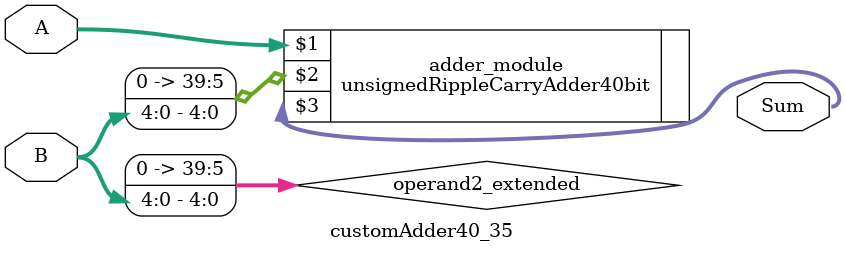
<source format=v>
module customAdder40_35(
                        input [39 : 0] A,
                        input [4 : 0] B,
                        
                        output [40 : 0] Sum
                );

        wire [39 : 0] operand2_extended;
        
        assign operand2_extended =  {35'b0, B};
        
        unsignedRippleCarryAdder40bit adder_module(
            A,
            operand2_extended,
            Sum
        );
        
        endmodule
        
</source>
